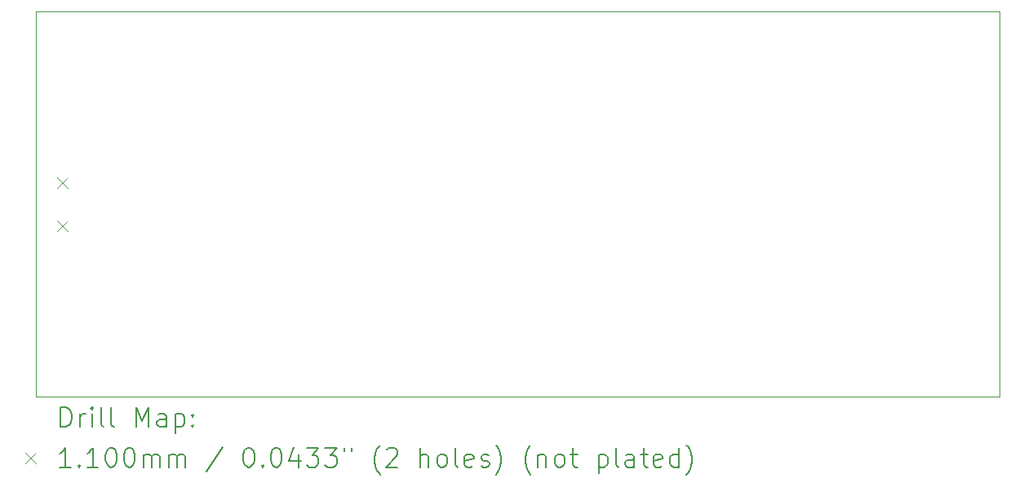
<source format=gbr>
%TF.GenerationSoftware,KiCad,Pcbnew,9.0.3*%
%TF.CreationDate,2025-10-17T11:28:34-04:00*%
%TF.ProjectId,smt_training,736d745f-7472-4616-996e-696e672e6b69,1*%
%TF.SameCoordinates,Original*%
%TF.FileFunction,Drillmap*%
%TF.FilePolarity,Positive*%
%FSLAX45Y45*%
G04 Gerber Fmt 4.5, Leading zero omitted, Abs format (unit mm)*
G04 Created by KiCad (PCBNEW 9.0.3) date 2025-10-17 11:28:34*
%MOMM*%
%LPD*%
G01*
G04 APERTURE LIST*
%ADD10C,0.050000*%
%ADD11C,0.200000*%
%ADD12C,0.110000*%
G04 APERTURE END LIST*
D10*
X1939000Y-3769250D02*
X11939000Y-3769250D01*
X1939000Y-7769250D02*
X1939000Y-3769250D01*
X11939000Y-3769250D02*
X11939000Y-7769250D01*
X11939000Y-7769250D02*
X1939000Y-7769250D01*
D11*
D12*
X2159000Y-5489250D02*
X2269000Y-5599250D01*
X2269000Y-5489250D02*
X2159000Y-5599250D01*
X2159000Y-5939250D02*
X2269000Y-6049250D01*
X2269000Y-5939250D02*
X2159000Y-6049250D01*
D11*
X2197277Y-8083234D02*
X2197277Y-7883234D01*
X2197277Y-7883234D02*
X2244896Y-7883234D01*
X2244896Y-7883234D02*
X2273467Y-7892758D01*
X2273467Y-7892758D02*
X2292515Y-7911805D01*
X2292515Y-7911805D02*
X2302039Y-7930853D01*
X2302039Y-7930853D02*
X2311563Y-7968948D01*
X2311563Y-7968948D02*
X2311563Y-7997519D01*
X2311563Y-7997519D02*
X2302039Y-8035615D01*
X2302039Y-8035615D02*
X2292515Y-8054662D01*
X2292515Y-8054662D02*
X2273467Y-8073710D01*
X2273467Y-8073710D02*
X2244896Y-8083234D01*
X2244896Y-8083234D02*
X2197277Y-8083234D01*
X2397277Y-8083234D02*
X2397277Y-7949900D01*
X2397277Y-7987996D02*
X2406801Y-7968948D01*
X2406801Y-7968948D02*
X2416324Y-7959424D01*
X2416324Y-7959424D02*
X2435372Y-7949900D01*
X2435372Y-7949900D02*
X2454420Y-7949900D01*
X2521086Y-8083234D02*
X2521086Y-7949900D01*
X2521086Y-7883234D02*
X2511563Y-7892758D01*
X2511563Y-7892758D02*
X2521086Y-7902281D01*
X2521086Y-7902281D02*
X2530610Y-7892758D01*
X2530610Y-7892758D02*
X2521086Y-7883234D01*
X2521086Y-7883234D02*
X2521086Y-7902281D01*
X2644896Y-8083234D02*
X2625848Y-8073710D01*
X2625848Y-8073710D02*
X2616324Y-8054662D01*
X2616324Y-8054662D02*
X2616324Y-7883234D01*
X2749658Y-8083234D02*
X2730610Y-8073710D01*
X2730610Y-8073710D02*
X2721086Y-8054662D01*
X2721086Y-8054662D02*
X2721086Y-7883234D01*
X2978229Y-8083234D02*
X2978229Y-7883234D01*
X2978229Y-7883234D02*
X3044896Y-8026091D01*
X3044896Y-8026091D02*
X3111562Y-7883234D01*
X3111562Y-7883234D02*
X3111562Y-8083234D01*
X3292515Y-8083234D02*
X3292515Y-7978472D01*
X3292515Y-7978472D02*
X3282991Y-7959424D01*
X3282991Y-7959424D02*
X3263943Y-7949900D01*
X3263943Y-7949900D02*
X3225848Y-7949900D01*
X3225848Y-7949900D02*
X3206801Y-7959424D01*
X3292515Y-8073710D02*
X3273467Y-8083234D01*
X3273467Y-8083234D02*
X3225848Y-8083234D01*
X3225848Y-8083234D02*
X3206801Y-8073710D01*
X3206801Y-8073710D02*
X3197277Y-8054662D01*
X3197277Y-8054662D02*
X3197277Y-8035615D01*
X3197277Y-8035615D02*
X3206801Y-8016567D01*
X3206801Y-8016567D02*
X3225848Y-8007043D01*
X3225848Y-8007043D02*
X3273467Y-8007043D01*
X3273467Y-8007043D02*
X3292515Y-7997519D01*
X3387753Y-7949900D02*
X3387753Y-8149900D01*
X3387753Y-7959424D02*
X3406801Y-7949900D01*
X3406801Y-7949900D02*
X3444896Y-7949900D01*
X3444896Y-7949900D02*
X3463943Y-7959424D01*
X3463943Y-7959424D02*
X3473467Y-7968948D01*
X3473467Y-7968948D02*
X3482991Y-7987996D01*
X3482991Y-7987996D02*
X3482991Y-8045138D01*
X3482991Y-8045138D02*
X3473467Y-8064186D01*
X3473467Y-8064186D02*
X3463943Y-8073710D01*
X3463943Y-8073710D02*
X3444896Y-8083234D01*
X3444896Y-8083234D02*
X3406801Y-8083234D01*
X3406801Y-8083234D02*
X3387753Y-8073710D01*
X3568705Y-8064186D02*
X3578229Y-8073710D01*
X3578229Y-8073710D02*
X3568705Y-8083234D01*
X3568705Y-8083234D02*
X3559182Y-8073710D01*
X3559182Y-8073710D02*
X3568705Y-8064186D01*
X3568705Y-8064186D02*
X3568705Y-8083234D01*
X3568705Y-7959424D02*
X3578229Y-7968948D01*
X3578229Y-7968948D02*
X3568705Y-7978472D01*
X3568705Y-7978472D02*
X3559182Y-7968948D01*
X3559182Y-7968948D02*
X3568705Y-7959424D01*
X3568705Y-7959424D02*
X3568705Y-7978472D01*
D12*
X1826500Y-8356750D02*
X1936500Y-8466750D01*
X1936500Y-8356750D02*
X1826500Y-8466750D01*
D11*
X2302039Y-8503234D02*
X2187753Y-8503234D01*
X2244896Y-8503234D02*
X2244896Y-8303234D01*
X2244896Y-8303234D02*
X2225848Y-8331805D01*
X2225848Y-8331805D02*
X2206801Y-8350853D01*
X2206801Y-8350853D02*
X2187753Y-8360377D01*
X2387753Y-8484186D02*
X2397277Y-8493710D01*
X2397277Y-8493710D02*
X2387753Y-8503234D01*
X2387753Y-8503234D02*
X2378229Y-8493710D01*
X2378229Y-8493710D02*
X2387753Y-8484186D01*
X2387753Y-8484186D02*
X2387753Y-8503234D01*
X2587753Y-8503234D02*
X2473467Y-8503234D01*
X2530610Y-8503234D02*
X2530610Y-8303234D01*
X2530610Y-8303234D02*
X2511563Y-8331805D01*
X2511563Y-8331805D02*
X2492515Y-8350853D01*
X2492515Y-8350853D02*
X2473467Y-8360377D01*
X2711563Y-8303234D02*
X2730610Y-8303234D01*
X2730610Y-8303234D02*
X2749658Y-8312758D01*
X2749658Y-8312758D02*
X2759182Y-8322281D01*
X2759182Y-8322281D02*
X2768705Y-8341329D01*
X2768705Y-8341329D02*
X2778229Y-8379424D01*
X2778229Y-8379424D02*
X2778229Y-8427043D01*
X2778229Y-8427043D02*
X2768705Y-8465139D01*
X2768705Y-8465139D02*
X2759182Y-8484186D01*
X2759182Y-8484186D02*
X2749658Y-8493710D01*
X2749658Y-8493710D02*
X2730610Y-8503234D01*
X2730610Y-8503234D02*
X2711563Y-8503234D01*
X2711563Y-8503234D02*
X2692515Y-8493710D01*
X2692515Y-8493710D02*
X2682991Y-8484186D01*
X2682991Y-8484186D02*
X2673467Y-8465139D01*
X2673467Y-8465139D02*
X2663944Y-8427043D01*
X2663944Y-8427043D02*
X2663944Y-8379424D01*
X2663944Y-8379424D02*
X2673467Y-8341329D01*
X2673467Y-8341329D02*
X2682991Y-8322281D01*
X2682991Y-8322281D02*
X2692515Y-8312758D01*
X2692515Y-8312758D02*
X2711563Y-8303234D01*
X2902039Y-8303234D02*
X2921086Y-8303234D01*
X2921086Y-8303234D02*
X2940134Y-8312758D01*
X2940134Y-8312758D02*
X2949658Y-8322281D01*
X2949658Y-8322281D02*
X2959182Y-8341329D01*
X2959182Y-8341329D02*
X2968705Y-8379424D01*
X2968705Y-8379424D02*
X2968705Y-8427043D01*
X2968705Y-8427043D02*
X2959182Y-8465139D01*
X2959182Y-8465139D02*
X2949658Y-8484186D01*
X2949658Y-8484186D02*
X2940134Y-8493710D01*
X2940134Y-8493710D02*
X2921086Y-8503234D01*
X2921086Y-8503234D02*
X2902039Y-8503234D01*
X2902039Y-8503234D02*
X2882991Y-8493710D01*
X2882991Y-8493710D02*
X2873467Y-8484186D01*
X2873467Y-8484186D02*
X2863943Y-8465139D01*
X2863943Y-8465139D02*
X2854420Y-8427043D01*
X2854420Y-8427043D02*
X2854420Y-8379424D01*
X2854420Y-8379424D02*
X2863943Y-8341329D01*
X2863943Y-8341329D02*
X2873467Y-8322281D01*
X2873467Y-8322281D02*
X2882991Y-8312758D01*
X2882991Y-8312758D02*
X2902039Y-8303234D01*
X3054420Y-8503234D02*
X3054420Y-8369900D01*
X3054420Y-8388948D02*
X3063943Y-8379424D01*
X3063943Y-8379424D02*
X3082991Y-8369900D01*
X3082991Y-8369900D02*
X3111563Y-8369900D01*
X3111563Y-8369900D02*
X3130610Y-8379424D01*
X3130610Y-8379424D02*
X3140134Y-8398472D01*
X3140134Y-8398472D02*
X3140134Y-8503234D01*
X3140134Y-8398472D02*
X3149658Y-8379424D01*
X3149658Y-8379424D02*
X3168705Y-8369900D01*
X3168705Y-8369900D02*
X3197277Y-8369900D01*
X3197277Y-8369900D02*
X3216324Y-8379424D01*
X3216324Y-8379424D02*
X3225848Y-8398472D01*
X3225848Y-8398472D02*
X3225848Y-8503234D01*
X3321086Y-8503234D02*
X3321086Y-8369900D01*
X3321086Y-8388948D02*
X3330610Y-8379424D01*
X3330610Y-8379424D02*
X3349658Y-8369900D01*
X3349658Y-8369900D02*
X3378229Y-8369900D01*
X3378229Y-8369900D02*
X3397277Y-8379424D01*
X3397277Y-8379424D02*
X3406801Y-8398472D01*
X3406801Y-8398472D02*
X3406801Y-8503234D01*
X3406801Y-8398472D02*
X3416324Y-8379424D01*
X3416324Y-8379424D02*
X3435372Y-8369900D01*
X3435372Y-8369900D02*
X3463943Y-8369900D01*
X3463943Y-8369900D02*
X3482991Y-8379424D01*
X3482991Y-8379424D02*
X3492515Y-8398472D01*
X3492515Y-8398472D02*
X3492515Y-8503234D01*
X3882991Y-8293710D02*
X3711563Y-8550853D01*
X4140134Y-8303234D02*
X4159182Y-8303234D01*
X4159182Y-8303234D02*
X4178229Y-8312758D01*
X4178229Y-8312758D02*
X4187753Y-8322281D01*
X4187753Y-8322281D02*
X4197277Y-8341329D01*
X4197277Y-8341329D02*
X4206801Y-8379424D01*
X4206801Y-8379424D02*
X4206801Y-8427043D01*
X4206801Y-8427043D02*
X4197277Y-8465139D01*
X4197277Y-8465139D02*
X4187753Y-8484186D01*
X4187753Y-8484186D02*
X4178229Y-8493710D01*
X4178229Y-8493710D02*
X4159182Y-8503234D01*
X4159182Y-8503234D02*
X4140134Y-8503234D01*
X4140134Y-8503234D02*
X4121086Y-8493710D01*
X4121086Y-8493710D02*
X4111563Y-8484186D01*
X4111563Y-8484186D02*
X4102039Y-8465139D01*
X4102039Y-8465139D02*
X4092515Y-8427043D01*
X4092515Y-8427043D02*
X4092515Y-8379424D01*
X4092515Y-8379424D02*
X4102039Y-8341329D01*
X4102039Y-8341329D02*
X4111563Y-8322281D01*
X4111563Y-8322281D02*
X4121086Y-8312758D01*
X4121086Y-8312758D02*
X4140134Y-8303234D01*
X4292515Y-8484186D02*
X4302039Y-8493710D01*
X4302039Y-8493710D02*
X4292515Y-8503234D01*
X4292515Y-8503234D02*
X4282991Y-8493710D01*
X4282991Y-8493710D02*
X4292515Y-8484186D01*
X4292515Y-8484186D02*
X4292515Y-8503234D01*
X4425848Y-8303234D02*
X4444896Y-8303234D01*
X4444896Y-8303234D02*
X4463944Y-8312758D01*
X4463944Y-8312758D02*
X4473468Y-8322281D01*
X4473468Y-8322281D02*
X4482991Y-8341329D01*
X4482991Y-8341329D02*
X4492515Y-8379424D01*
X4492515Y-8379424D02*
X4492515Y-8427043D01*
X4492515Y-8427043D02*
X4482991Y-8465139D01*
X4482991Y-8465139D02*
X4473468Y-8484186D01*
X4473468Y-8484186D02*
X4463944Y-8493710D01*
X4463944Y-8493710D02*
X4444896Y-8503234D01*
X4444896Y-8503234D02*
X4425848Y-8503234D01*
X4425848Y-8503234D02*
X4406801Y-8493710D01*
X4406801Y-8493710D02*
X4397277Y-8484186D01*
X4397277Y-8484186D02*
X4387753Y-8465139D01*
X4387753Y-8465139D02*
X4378229Y-8427043D01*
X4378229Y-8427043D02*
X4378229Y-8379424D01*
X4378229Y-8379424D02*
X4387753Y-8341329D01*
X4387753Y-8341329D02*
X4397277Y-8322281D01*
X4397277Y-8322281D02*
X4406801Y-8312758D01*
X4406801Y-8312758D02*
X4425848Y-8303234D01*
X4663944Y-8369900D02*
X4663944Y-8503234D01*
X4616325Y-8293710D02*
X4568706Y-8436567D01*
X4568706Y-8436567D02*
X4692515Y-8436567D01*
X4749658Y-8303234D02*
X4873468Y-8303234D01*
X4873468Y-8303234D02*
X4806801Y-8379424D01*
X4806801Y-8379424D02*
X4835372Y-8379424D01*
X4835372Y-8379424D02*
X4854420Y-8388948D01*
X4854420Y-8388948D02*
X4863944Y-8398472D01*
X4863944Y-8398472D02*
X4873468Y-8417520D01*
X4873468Y-8417520D02*
X4873468Y-8465139D01*
X4873468Y-8465139D02*
X4863944Y-8484186D01*
X4863944Y-8484186D02*
X4854420Y-8493710D01*
X4854420Y-8493710D02*
X4835372Y-8503234D01*
X4835372Y-8503234D02*
X4778229Y-8503234D01*
X4778229Y-8503234D02*
X4759182Y-8493710D01*
X4759182Y-8493710D02*
X4749658Y-8484186D01*
X4940134Y-8303234D02*
X5063944Y-8303234D01*
X5063944Y-8303234D02*
X4997277Y-8379424D01*
X4997277Y-8379424D02*
X5025849Y-8379424D01*
X5025849Y-8379424D02*
X5044896Y-8388948D01*
X5044896Y-8388948D02*
X5054420Y-8398472D01*
X5054420Y-8398472D02*
X5063944Y-8417520D01*
X5063944Y-8417520D02*
X5063944Y-8465139D01*
X5063944Y-8465139D02*
X5054420Y-8484186D01*
X5054420Y-8484186D02*
X5044896Y-8493710D01*
X5044896Y-8493710D02*
X5025849Y-8503234D01*
X5025849Y-8503234D02*
X4968706Y-8503234D01*
X4968706Y-8503234D02*
X4949658Y-8493710D01*
X4949658Y-8493710D02*
X4940134Y-8484186D01*
X5140134Y-8303234D02*
X5140134Y-8341329D01*
X5216325Y-8303234D02*
X5216325Y-8341329D01*
X5511563Y-8579424D02*
X5502039Y-8569900D01*
X5502039Y-8569900D02*
X5482991Y-8541329D01*
X5482991Y-8541329D02*
X5473468Y-8522281D01*
X5473468Y-8522281D02*
X5463944Y-8493710D01*
X5463944Y-8493710D02*
X5454420Y-8446091D01*
X5454420Y-8446091D02*
X5454420Y-8407996D01*
X5454420Y-8407996D02*
X5463944Y-8360377D01*
X5463944Y-8360377D02*
X5473468Y-8331805D01*
X5473468Y-8331805D02*
X5482991Y-8312758D01*
X5482991Y-8312758D02*
X5502039Y-8284186D01*
X5502039Y-8284186D02*
X5511563Y-8274662D01*
X5578230Y-8322281D02*
X5587753Y-8312758D01*
X5587753Y-8312758D02*
X5606801Y-8303234D01*
X5606801Y-8303234D02*
X5654420Y-8303234D01*
X5654420Y-8303234D02*
X5673468Y-8312758D01*
X5673468Y-8312758D02*
X5682991Y-8322281D01*
X5682991Y-8322281D02*
X5692515Y-8341329D01*
X5692515Y-8341329D02*
X5692515Y-8360377D01*
X5692515Y-8360377D02*
X5682991Y-8388948D01*
X5682991Y-8388948D02*
X5568706Y-8503234D01*
X5568706Y-8503234D02*
X5692515Y-8503234D01*
X5930610Y-8503234D02*
X5930610Y-8303234D01*
X6016325Y-8503234D02*
X6016325Y-8398472D01*
X6016325Y-8398472D02*
X6006801Y-8379424D01*
X6006801Y-8379424D02*
X5987753Y-8369900D01*
X5987753Y-8369900D02*
X5959182Y-8369900D01*
X5959182Y-8369900D02*
X5940134Y-8379424D01*
X5940134Y-8379424D02*
X5930610Y-8388948D01*
X6140134Y-8503234D02*
X6121087Y-8493710D01*
X6121087Y-8493710D02*
X6111563Y-8484186D01*
X6111563Y-8484186D02*
X6102039Y-8465139D01*
X6102039Y-8465139D02*
X6102039Y-8407996D01*
X6102039Y-8407996D02*
X6111563Y-8388948D01*
X6111563Y-8388948D02*
X6121087Y-8379424D01*
X6121087Y-8379424D02*
X6140134Y-8369900D01*
X6140134Y-8369900D02*
X6168706Y-8369900D01*
X6168706Y-8369900D02*
X6187753Y-8379424D01*
X6187753Y-8379424D02*
X6197277Y-8388948D01*
X6197277Y-8388948D02*
X6206801Y-8407996D01*
X6206801Y-8407996D02*
X6206801Y-8465139D01*
X6206801Y-8465139D02*
X6197277Y-8484186D01*
X6197277Y-8484186D02*
X6187753Y-8493710D01*
X6187753Y-8493710D02*
X6168706Y-8503234D01*
X6168706Y-8503234D02*
X6140134Y-8503234D01*
X6321087Y-8503234D02*
X6302039Y-8493710D01*
X6302039Y-8493710D02*
X6292515Y-8474662D01*
X6292515Y-8474662D02*
X6292515Y-8303234D01*
X6473468Y-8493710D02*
X6454420Y-8503234D01*
X6454420Y-8503234D02*
X6416325Y-8503234D01*
X6416325Y-8503234D02*
X6397277Y-8493710D01*
X6397277Y-8493710D02*
X6387753Y-8474662D01*
X6387753Y-8474662D02*
X6387753Y-8398472D01*
X6387753Y-8398472D02*
X6397277Y-8379424D01*
X6397277Y-8379424D02*
X6416325Y-8369900D01*
X6416325Y-8369900D02*
X6454420Y-8369900D01*
X6454420Y-8369900D02*
X6473468Y-8379424D01*
X6473468Y-8379424D02*
X6482991Y-8398472D01*
X6482991Y-8398472D02*
X6482991Y-8417520D01*
X6482991Y-8417520D02*
X6387753Y-8436567D01*
X6559182Y-8493710D02*
X6578230Y-8503234D01*
X6578230Y-8503234D02*
X6616325Y-8503234D01*
X6616325Y-8503234D02*
X6635372Y-8493710D01*
X6635372Y-8493710D02*
X6644896Y-8474662D01*
X6644896Y-8474662D02*
X6644896Y-8465139D01*
X6644896Y-8465139D02*
X6635372Y-8446091D01*
X6635372Y-8446091D02*
X6616325Y-8436567D01*
X6616325Y-8436567D02*
X6587753Y-8436567D01*
X6587753Y-8436567D02*
X6568706Y-8427043D01*
X6568706Y-8427043D02*
X6559182Y-8407996D01*
X6559182Y-8407996D02*
X6559182Y-8398472D01*
X6559182Y-8398472D02*
X6568706Y-8379424D01*
X6568706Y-8379424D02*
X6587753Y-8369900D01*
X6587753Y-8369900D02*
X6616325Y-8369900D01*
X6616325Y-8369900D02*
X6635372Y-8379424D01*
X6711563Y-8579424D02*
X6721087Y-8569900D01*
X6721087Y-8569900D02*
X6740134Y-8541329D01*
X6740134Y-8541329D02*
X6749658Y-8522281D01*
X6749658Y-8522281D02*
X6759182Y-8493710D01*
X6759182Y-8493710D02*
X6768706Y-8446091D01*
X6768706Y-8446091D02*
X6768706Y-8407996D01*
X6768706Y-8407996D02*
X6759182Y-8360377D01*
X6759182Y-8360377D02*
X6749658Y-8331805D01*
X6749658Y-8331805D02*
X6740134Y-8312758D01*
X6740134Y-8312758D02*
X6721087Y-8284186D01*
X6721087Y-8284186D02*
X6711563Y-8274662D01*
X7073468Y-8579424D02*
X7063944Y-8569900D01*
X7063944Y-8569900D02*
X7044896Y-8541329D01*
X7044896Y-8541329D02*
X7035372Y-8522281D01*
X7035372Y-8522281D02*
X7025849Y-8493710D01*
X7025849Y-8493710D02*
X7016325Y-8446091D01*
X7016325Y-8446091D02*
X7016325Y-8407996D01*
X7016325Y-8407996D02*
X7025849Y-8360377D01*
X7025849Y-8360377D02*
X7035372Y-8331805D01*
X7035372Y-8331805D02*
X7044896Y-8312758D01*
X7044896Y-8312758D02*
X7063944Y-8284186D01*
X7063944Y-8284186D02*
X7073468Y-8274662D01*
X7149658Y-8369900D02*
X7149658Y-8503234D01*
X7149658Y-8388948D02*
X7159182Y-8379424D01*
X7159182Y-8379424D02*
X7178230Y-8369900D01*
X7178230Y-8369900D02*
X7206801Y-8369900D01*
X7206801Y-8369900D02*
X7225849Y-8379424D01*
X7225849Y-8379424D02*
X7235372Y-8398472D01*
X7235372Y-8398472D02*
X7235372Y-8503234D01*
X7359182Y-8503234D02*
X7340134Y-8493710D01*
X7340134Y-8493710D02*
X7330611Y-8484186D01*
X7330611Y-8484186D02*
X7321087Y-8465139D01*
X7321087Y-8465139D02*
X7321087Y-8407996D01*
X7321087Y-8407996D02*
X7330611Y-8388948D01*
X7330611Y-8388948D02*
X7340134Y-8379424D01*
X7340134Y-8379424D02*
X7359182Y-8369900D01*
X7359182Y-8369900D02*
X7387753Y-8369900D01*
X7387753Y-8369900D02*
X7406801Y-8379424D01*
X7406801Y-8379424D02*
X7416325Y-8388948D01*
X7416325Y-8388948D02*
X7425849Y-8407996D01*
X7425849Y-8407996D02*
X7425849Y-8465139D01*
X7425849Y-8465139D02*
X7416325Y-8484186D01*
X7416325Y-8484186D02*
X7406801Y-8493710D01*
X7406801Y-8493710D02*
X7387753Y-8503234D01*
X7387753Y-8503234D02*
X7359182Y-8503234D01*
X7482992Y-8369900D02*
X7559182Y-8369900D01*
X7511563Y-8303234D02*
X7511563Y-8474662D01*
X7511563Y-8474662D02*
X7521087Y-8493710D01*
X7521087Y-8493710D02*
X7540134Y-8503234D01*
X7540134Y-8503234D02*
X7559182Y-8503234D01*
X7778230Y-8369900D02*
X7778230Y-8569900D01*
X7778230Y-8379424D02*
X7797277Y-8369900D01*
X7797277Y-8369900D02*
X7835373Y-8369900D01*
X7835373Y-8369900D02*
X7854420Y-8379424D01*
X7854420Y-8379424D02*
X7863944Y-8388948D01*
X7863944Y-8388948D02*
X7873468Y-8407996D01*
X7873468Y-8407996D02*
X7873468Y-8465139D01*
X7873468Y-8465139D02*
X7863944Y-8484186D01*
X7863944Y-8484186D02*
X7854420Y-8493710D01*
X7854420Y-8493710D02*
X7835373Y-8503234D01*
X7835373Y-8503234D02*
X7797277Y-8503234D01*
X7797277Y-8503234D02*
X7778230Y-8493710D01*
X7987753Y-8503234D02*
X7968706Y-8493710D01*
X7968706Y-8493710D02*
X7959182Y-8474662D01*
X7959182Y-8474662D02*
X7959182Y-8303234D01*
X8149658Y-8503234D02*
X8149658Y-8398472D01*
X8149658Y-8398472D02*
X8140134Y-8379424D01*
X8140134Y-8379424D02*
X8121087Y-8369900D01*
X8121087Y-8369900D02*
X8082992Y-8369900D01*
X8082992Y-8369900D02*
X8063944Y-8379424D01*
X8149658Y-8493710D02*
X8130611Y-8503234D01*
X8130611Y-8503234D02*
X8082992Y-8503234D01*
X8082992Y-8503234D02*
X8063944Y-8493710D01*
X8063944Y-8493710D02*
X8054420Y-8474662D01*
X8054420Y-8474662D02*
X8054420Y-8455615D01*
X8054420Y-8455615D02*
X8063944Y-8436567D01*
X8063944Y-8436567D02*
X8082992Y-8427043D01*
X8082992Y-8427043D02*
X8130611Y-8427043D01*
X8130611Y-8427043D02*
X8149658Y-8417520D01*
X8216325Y-8369900D02*
X8292515Y-8369900D01*
X8244896Y-8303234D02*
X8244896Y-8474662D01*
X8244896Y-8474662D02*
X8254420Y-8493710D01*
X8254420Y-8493710D02*
X8273468Y-8503234D01*
X8273468Y-8503234D02*
X8292515Y-8503234D01*
X8435373Y-8493710D02*
X8416325Y-8503234D01*
X8416325Y-8503234D02*
X8378230Y-8503234D01*
X8378230Y-8503234D02*
X8359182Y-8493710D01*
X8359182Y-8493710D02*
X8349658Y-8474662D01*
X8349658Y-8474662D02*
X8349658Y-8398472D01*
X8349658Y-8398472D02*
X8359182Y-8379424D01*
X8359182Y-8379424D02*
X8378230Y-8369900D01*
X8378230Y-8369900D02*
X8416325Y-8369900D01*
X8416325Y-8369900D02*
X8435373Y-8379424D01*
X8435373Y-8379424D02*
X8444896Y-8398472D01*
X8444896Y-8398472D02*
X8444896Y-8417520D01*
X8444896Y-8417520D02*
X8349658Y-8436567D01*
X8616325Y-8503234D02*
X8616325Y-8303234D01*
X8616325Y-8493710D02*
X8597277Y-8503234D01*
X8597277Y-8503234D02*
X8559182Y-8503234D01*
X8559182Y-8503234D02*
X8540135Y-8493710D01*
X8540135Y-8493710D02*
X8530611Y-8484186D01*
X8530611Y-8484186D02*
X8521087Y-8465139D01*
X8521087Y-8465139D02*
X8521087Y-8407996D01*
X8521087Y-8407996D02*
X8530611Y-8388948D01*
X8530611Y-8388948D02*
X8540135Y-8379424D01*
X8540135Y-8379424D02*
X8559182Y-8369900D01*
X8559182Y-8369900D02*
X8597277Y-8369900D01*
X8597277Y-8369900D02*
X8616325Y-8379424D01*
X8692516Y-8579424D02*
X8702039Y-8569900D01*
X8702039Y-8569900D02*
X8721087Y-8541329D01*
X8721087Y-8541329D02*
X8730611Y-8522281D01*
X8730611Y-8522281D02*
X8740135Y-8493710D01*
X8740135Y-8493710D02*
X8749658Y-8446091D01*
X8749658Y-8446091D02*
X8749658Y-8407996D01*
X8749658Y-8407996D02*
X8740135Y-8360377D01*
X8740135Y-8360377D02*
X8730611Y-8331805D01*
X8730611Y-8331805D02*
X8721087Y-8312758D01*
X8721087Y-8312758D02*
X8702039Y-8284186D01*
X8702039Y-8284186D02*
X8692516Y-8274662D01*
M02*

</source>
